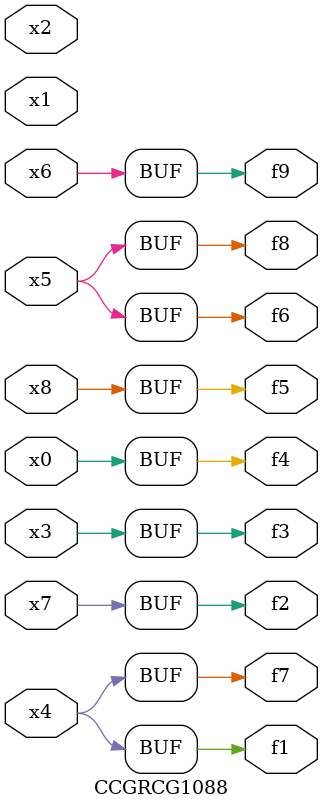
<source format=v>
module CCGRCG1088(
	input x0, x1, x2, x3, x4, x5, x6, x7, x8,
	output f1, f2, f3, f4, f5, f6, f7, f8, f9
);
	assign f1 = x4;
	assign f2 = x7;
	assign f3 = x3;
	assign f4 = x0;
	assign f5 = x8;
	assign f6 = x5;
	assign f7 = x4;
	assign f8 = x5;
	assign f9 = x6;
endmodule

</source>
